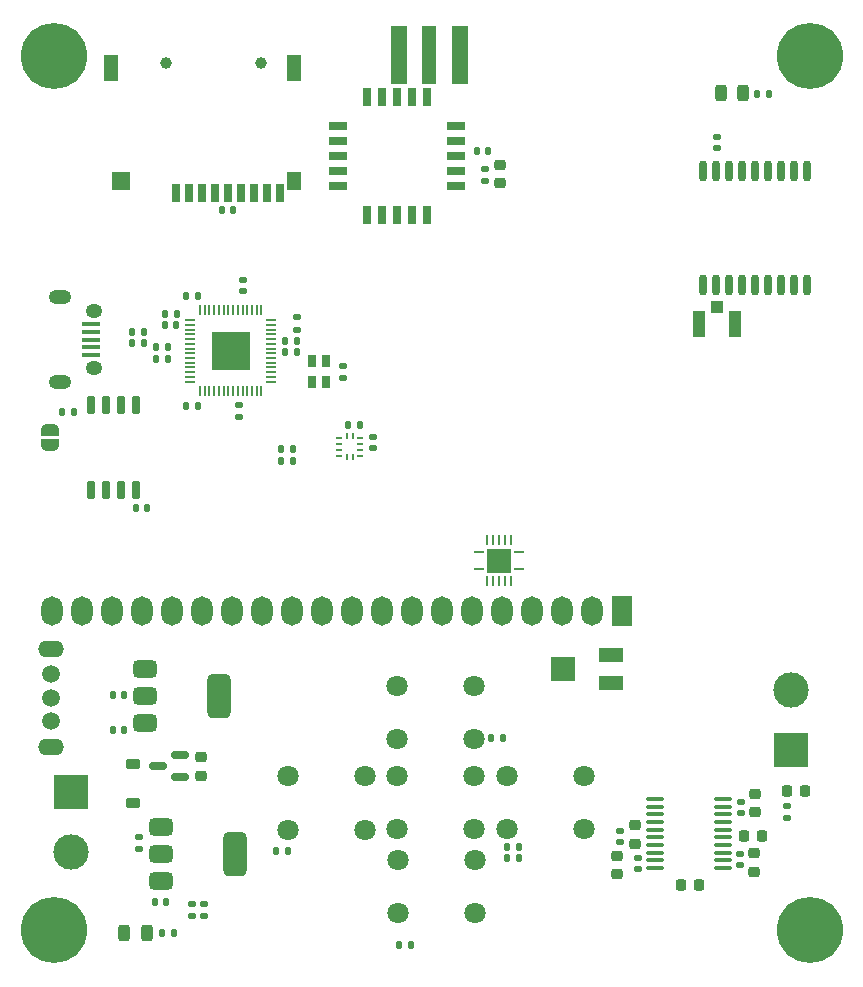
<source format=gbr>
%TF.GenerationSoftware,KiCad,Pcbnew,8.0.0*%
%TF.CreationDate,2024-03-26T22:18:36-07:00*%
%TF.ProjectId,recivier,72656369-7669-4657-922e-6b696361645f,rev?*%
%TF.SameCoordinates,Original*%
%TF.FileFunction,Soldermask,Top*%
%TF.FilePolarity,Negative*%
%FSLAX46Y46*%
G04 Gerber Fmt 4.6, Leading zero omitted, Abs format (unit mm)*
G04 Created by KiCad (PCBNEW 8.0.0) date 2024-03-26 22:18:36*
%MOMM*%
%LPD*%
G01*
G04 APERTURE LIST*
G04 Aperture macros list*
%AMRoundRect*
0 Rectangle with rounded corners*
0 $1 Rounding radius*
0 $2 $3 $4 $5 $6 $7 $8 $9 X,Y pos of 4 corners*
0 Add a 4 corners polygon primitive as box body*
4,1,4,$2,$3,$4,$5,$6,$7,$8,$9,$2,$3,0*
0 Add four circle primitives for the rounded corners*
1,1,$1+$1,$2,$3*
1,1,$1+$1,$4,$5*
1,1,$1+$1,$6,$7*
1,1,$1+$1,$8,$9*
0 Add four rect primitives between the rounded corners*
20,1,$1+$1,$2,$3,$4,$5,0*
20,1,$1+$1,$4,$5,$6,$7,0*
20,1,$1+$1,$6,$7,$8,$9,0*
20,1,$1+$1,$8,$9,$2,$3,0*%
%AMFreePoly0*
4,1,19,0.500000,-0.750000,0.000000,-0.750000,0.000000,-0.744911,-0.071157,-0.744911,-0.207708,-0.704816,-0.327430,-0.627875,-0.420627,-0.520320,-0.479746,-0.390866,-0.500000,-0.250000,-0.500000,0.250000,-0.479746,0.390866,-0.420627,0.520320,-0.327430,0.627875,-0.207708,0.704816,-0.071157,0.744911,0.000000,0.744911,0.000000,0.750000,0.500000,0.750000,0.500000,-0.750000,0.500000,-0.750000,
$1*%
%AMFreePoly1*
4,1,19,0.000000,0.744911,0.071157,0.744911,0.207708,0.704816,0.327430,0.627875,0.420627,0.520320,0.479746,0.390866,0.500000,0.250000,0.500000,-0.250000,0.479746,-0.390866,0.420627,-0.520320,0.327430,-0.627875,0.207708,-0.704816,0.071157,-0.744911,0.000000,-0.744911,0.000000,-0.750000,-0.500000,-0.750000,-0.500000,0.750000,0.000000,0.750000,0.000000,0.744911,0.000000,0.744911,
$1*%
G04 Aperture macros list end*
%ADD10RoundRect,0.135000X0.135000X0.185000X-0.135000X0.185000X-0.135000X-0.185000X0.135000X-0.185000X0*%
%ADD11RoundRect,0.050000X0.050000X-0.387500X0.050000X0.387500X-0.050000X0.387500X-0.050000X-0.387500X0*%
%ADD12RoundRect,0.050000X0.387500X-0.050000X0.387500X0.050000X-0.387500X0.050000X-0.387500X-0.050000X0*%
%ADD13R,3.200000X3.200000*%
%ADD14RoundRect,0.140000X-0.140000X-0.170000X0.140000X-0.170000X0.140000X0.170000X-0.140000X0.170000X0*%
%ADD15C,1.800000*%
%ADD16RoundRect,0.140000X0.170000X-0.140000X0.170000X0.140000X-0.170000X0.140000X-0.170000X-0.140000X0*%
%ADD17RoundRect,0.100000X0.637500X0.100000X-0.637500X0.100000X-0.637500X-0.100000X0.637500X-0.100000X0*%
%ADD18RoundRect,0.135000X-0.135000X-0.185000X0.135000X-0.185000X0.135000X0.185000X-0.135000X0.185000X0*%
%ADD19RoundRect,0.225000X-0.225000X-0.250000X0.225000X-0.250000X0.225000X0.250000X-0.225000X0.250000X0*%
%ADD20RoundRect,0.140000X0.140000X0.170000X-0.140000X0.170000X-0.140000X-0.170000X0.140000X-0.170000X0*%
%ADD21C,5.600000*%
%ADD22RoundRect,0.135000X-0.185000X0.135000X-0.185000X-0.135000X0.185000X-0.135000X0.185000X0.135000X0*%
%ADD23RoundRect,0.225000X0.225000X0.250000X-0.225000X0.250000X-0.225000X-0.250000X0.225000X-0.250000X0*%
%ADD24RoundRect,0.225000X0.250000X-0.225000X0.250000X0.225000X-0.250000X0.225000X-0.250000X-0.225000X0*%
%ADD25R,3.000000X3.000000*%
%ADD26C,3.000000*%
%ADD27RoundRect,0.225000X-0.375000X0.225000X-0.375000X-0.225000X0.375000X-0.225000X0.375000X0.225000X0*%
%ADD28RoundRect,0.140000X-0.170000X0.140000X-0.170000X-0.140000X0.170000X-0.140000X0.170000X0.140000X0*%
%ADD29R,1.500000X0.800000*%
%ADD30R,0.800000X1.500000*%
%ADD31RoundRect,0.150000X0.587500X0.150000X-0.587500X0.150000X-0.587500X-0.150000X0.587500X-0.150000X0*%
%ADD32R,0.500000X0.280000*%
%ADD33R,0.280000X0.500000*%
%ADD34RoundRect,0.225000X-0.250000X0.225000X-0.250000X-0.225000X0.250000X-0.225000X0.250000X0.225000X0*%
%ADD35O,0.700000X1.770000*%
%ADD36RoundRect,0.135000X0.185000X-0.135000X0.185000X0.135000X-0.185000X0.135000X-0.185000X-0.135000X0*%
%ADD37C,1.000000*%
%ADD38R,0.700000X1.600000*%
%ADD39R,1.200000X1.500000*%
%ADD40R,1.200000X2.200000*%
%ADD41R,1.600000X1.500000*%
%ADD42R,1.800000X2.500000*%
%ADD43O,1.800000X2.500000*%
%ADD44RoundRect,0.150000X-0.150000X0.650000X-0.150000X-0.650000X0.150000X-0.650000X0.150000X0.650000X0*%
%ADD45R,2.000000X1.300000*%
%ADD46R,2.000000X2.000000*%
%ADD47FreePoly0,90.000000*%
%ADD48FreePoly1,90.000000*%
%ADD49R,0.850000X0.280000*%
%ADD50R,0.280000X0.850000*%
%ADD51R,2.050000X2.050000*%
%ADD52R,1.200000X5.000000*%
%ADD53R,1.400000X5.000000*%
%ADD54RoundRect,0.243750X-0.243750X-0.456250X0.243750X-0.456250X0.243750X0.456250X-0.243750X0.456250X0*%
%ADD55RoundRect,0.375000X-0.625000X-0.375000X0.625000X-0.375000X0.625000X0.375000X-0.625000X0.375000X0*%
%ADD56RoundRect,0.500000X-0.500000X-1.400000X0.500000X-1.400000X0.500000X1.400000X-0.500000X1.400000X0*%
%ADD57R,1.600000X0.400000*%
%ADD58O,1.400000X1.200000*%
%ADD59O,1.900000X1.200000*%
%ADD60R,0.800000X1.000000*%
%ADD61C,1.520000*%
%ADD62O,2.200000X1.400000*%
%ADD63R,1.000000X1.050000*%
%ADD64R,1.050000X2.200000*%
G04 APERTURE END LIST*
D10*
%TO.C,R7*%
X63546800Y73793000D03*
X62526800Y73793000D03*
%TD*%
D11*
%TO.C,U3*%
X15392000Y48628700D03*
X15792000Y48628700D03*
X16192000Y48628700D03*
X16592000Y48628700D03*
X16992000Y48628700D03*
X17392000Y48628700D03*
X17792000Y48628700D03*
X18192000Y48628700D03*
X18592000Y48628700D03*
X18992000Y48628700D03*
X19392000Y48628700D03*
X19792000Y48628700D03*
X20192000Y48628700D03*
X20592000Y48628700D03*
D12*
X21429500Y49466200D03*
X21429500Y49866200D03*
X21429500Y50266200D03*
X21429500Y50666200D03*
X21429500Y51066200D03*
X21429500Y51466200D03*
X21429500Y51866200D03*
X21429500Y52266200D03*
X21429500Y52666200D03*
X21429500Y53066200D03*
X21429500Y53466200D03*
X21429500Y53866200D03*
X21429500Y54266200D03*
X21429500Y54666200D03*
D11*
X20592000Y55503700D03*
X20192000Y55503700D03*
X19792000Y55503700D03*
X19392000Y55503700D03*
X18992000Y55503700D03*
X18592000Y55503700D03*
X18192000Y55503700D03*
X17792000Y55503700D03*
X17392000Y55503700D03*
X16992000Y55503700D03*
X16592000Y55503700D03*
X16192000Y55503700D03*
X15792000Y55503700D03*
X15392000Y55503700D03*
D12*
X14554500Y54666200D03*
X14554500Y54266200D03*
X14554500Y53866200D03*
X14554500Y53466200D03*
X14554500Y53066200D03*
X14554500Y52666200D03*
X14554500Y52266200D03*
X14554500Y51866200D03*
X14554500Y51466200D03*
X14554500Y51066200D03*
X14554500Y50666200D03*
X14554500Y50266200D03*
X14554500Y49866200D03*
X14554500Y49466200D03*
D13*
X17992000Y52066200D03*
%TD*%
D14*
%TO.C,C37*%
X11555600Y5365400D03*
X12515600Y5365400D03*
%TD*%
D15*
%TO.C,SW2*%
X22833000Y16037600D03*
X29333000Y16037600D03*
X22833000Y11537600D03*
X29333000Y11537600D03*
%TD*%
%TO.C,SW3*%
X32077400Y16073600D03*
X38577400Y16073600D03*
X32077400Y11573600D03*
X38577400Y11573600D03*
%TD*%
D16*
%TO.C,C24*%
X61167200Y12904000D03*
X61167200Y13864000D03*
%TD*%
D17*
%TO.C,U5*%
X59668600Y8282400D03*
X59668600Y8932400D03*
X59668600Y9582400D03*
X59668600Y10232400D03*
X59668600Y10882400D03*
X59668600Y11532400D03*
X59668600Y12182400D03*
X59668600Y12832400D03*
X59668600Y13482400D03*
X59668600Y14132400D03*
X53943600Y14132400D03*
X53943600Y13482400D03*
X53943600Y12832400D03*
X53943600Y12182400D03*
X53943600Y11532400D03*
X53943600Y10882400D03*
X53943600Y10232400D03*
X53943600Y9582400D03*
X53943600Y8932400D03*
X53943600Y8282400D03*
%TD*%
D10*
%TO.C,R1*%
X4699000Y46919800D03*
X3679000Y46919800D03*
%TD*%
D18*
%TO.C,R10*%
X32216000Y1757400D03*
X33236000Y1757400D03*
%TD*%
D19*
%TO.C,C30*%
X65083200Y14763400D03*
X66633200Y14763400D03*
%TD*%
D18*
%TO.C,R8*%
X41421400Y10089800D03*
X42441400Y10089800D03*
%TD*%
D20*
%TO.C,C9*%
X12642600Y52355400D03*
X11682600Y52355400D03*
%TD*%
D21*
%TO.C,H1*%
X3000000Y77000000D03*
%TD*%
D22*
%TO.C,R17*%
X14753400Y5213000D03*
X14753400Y4193000D03*
%TD*%
D23*
%TO.C,C20*%
X57675000Y6884200D03*
X56125000Y6884200D03*
%TD*%
D24*
%TO.C,C22*%
X52218400Y10343200D03*
X52218400Y11893200D03*
%TD*%
%TO.C,C25*%
X62386400Y13018000D03*
X62386400Y14568000D03*
%TD*%
D16*
%TO.C,C10*%
X18995200Y57130600D03*
X18995200Y58090600D03*
%TD*%
D20*
%TO.C,C34*%
X8985000Y19945000D03*
X8025000Y19945000D03*
%TD*%
D22*
%TO.C,R16*%
X15718600Y5215000D03*
X15718600Y4195000D03*
%TD*%
D25*
%TO.C,J5*%
X4491800Y14738000D03*
D26*
X4491800Y9658000D03*
%TD*%
D10*
%TO.C,R3*%
X10615200Y53676200D03*
X9595200Y53676200D03*
%TD*%
D27*
%TO.C,D3*%
X9702700Y17102100D03*
X9702700Y13802100D03*
%TD*%
D18*
%TO.C,R2*%
X9595200Y52711000D03*
X10615200Y52711000D03*
%TD*%
D28*
%TO.C,C33*%
X30039900Y44809000D03*
X30039900Y43849000D03*
%TD*%
D10*
%TO.C,R11*%
X22859000Y9734200D03*
X21839000Y9734200D03*
%TD*%
D16*
%TO.C,C38*%
X10257600Y9914600D03*
X10257600Y10874600D03*
%TD*%
D22*
%TO.C,R4*%
X23594600Y54897400D03*
X23594600Y53877400D03*
%TD*%
D29*
%TO.C,U1*%
X37101600Y66024400D03*
X37101600Y67294400D03*
X37101600Y68564400D03*
X37101600Y69834400D03*
X37101600Y71104400D03*
D30*
X34641600Y73564400D03*
X33371600Y73564400D03*
X32101600Y73564400D03*
X30831600Y73564400D03*
X29561600Y73564400D03*
D29*
X27101600Y71104400D03*
X27101600Y69834400D03*
X27101600Y68564400D03*
X27101600Y67294400D03*
X27101600Y66024400D03*
D30*
X29561600Y63564400D03*
X30831600Y63564400D03*
X32101600Y63564400D03*
X33371600Y63564400D03*
X34641600Y63564400D03*
%TD*%
D21*
%TO.C,H4*%
X67000000Y3000000D03*
%TD*%
D16*
%TO.C,C2*%
X39490400Y66480400D03*
X39490400Y67440400D03*
%TD*%
D18*
%TO.C,R12*%
X41345200Y9099200D03*
X42365200Y9099200D03*
%TD*%
D31*
%TO.C,Q1*%
X13712000Y15957200D03*
X13712000Y17857200D03*
X11837000Y16907200D03*
%TD*%
D32*
%TO.C,U7*%
X28938700Y43198000D03*
X28938700Y43698000D03*
X28938700Y44198000D03*
X28938700Y44698000D03*
D33*
X28308700Y44828000D03*
X27808700Y44828000D03*
D32*
X27178700Y44698000D03*
X27178700Y44198000D03*
X27178700Y43698000D03*
X27178700Y43198000D03*
D33*
X27808700Y43068000D03*
X28308700Y43068000D03*
%TD*%
D20*
%TO.C,C14*%
X15203900Y47440200D03*
X14243900Y47440200D03*
%TD*%
D28*
%TO.C,C12*%
X18715800Y47450600D03*
X18715800Y46490600D03*
%TD*%
D25*
%TO.C,J4*%
X65451800Y18243200D03*
D26*
X65451800Y23323200D03*
%TD*%
D16*
%TO.C,C23*%
X50973800Y10470800D03*
X50973800Y11430800D03*
%TD*%
D34*
%TO.C,C35*%
X15490000Y17646600D03*
X15490000Y16096600D03*
%TD*%
D20*
%TO.C,C36*%
X8957000Y22916800D03*
X7997000Y22916800D03*
%TD*%
D14*
%TO.C,C32*%
X27964000Y45751400D03*
X28924000Y45751400D03*
%TD*%
D20*
%TO.C,C8*%
X13381800Y54260400D03*
X12421800Y54260400D03*
%TD*%
D35*
%TO.C,U6*%
X66753000Y67274600D03*
X65653000Y67274600D03*
X64553000Y67274600D03*
X63453000Y67274600D03*
X62353000Y67274600D03*
X61253000Y67274600D03*
X60153000Y67274600D03*
X59053000Y67274600D03*
X57953000Y67274600D03*
X57953000Y57654600D03*
X59053000Y57654600D03*
X60153000Y57654600D03*
X61253000Y57654600D03*
X62353000Y57654600D03*
X63453000Y57654600D03*
X64553000Y57654600D03*
X65653000Y57654600D03*
X66753000Y57654600D03*
%TD*%
D36*
%TO.C,R9*%
X65070800Y12551600D03*
X65070800Y13571600D03*
%TD*%
D37*
%TO.C,Card1*%
X20538600Y76452400D03*
X12538600Y76452400D03*
D38*
X13338600Y65452400D03*
X14438600Y65452400D03*
X15538600Y65452400D03*
X16638600Y65452400D03*
X17738600Y65452400D03*
X18838600Y65452400D03*
X19938600Y65452400D03*
X21038600Y65452400D03*
X22138600Y65452400D03*
D39*
X23338600Y66452400D03*
D40*
X23338600Y76052400D03*
D41*
X8738600Y66452400D03*
D40*
X7838600Y76052400D03*
%TD*%
D42*
%TO.C,DS1*%
X51126200Y30054200D03*
D43*
X48586200Y30054200D03*
X46046200Y30054200D03*
X43506200Y30054200D03*
X40966200Y30054200D03*
X38426200Y30054200D03*
X35886200Y30054200D03*
X33346200Y30054200D03*
X30806200Y30054200D03*
X28266200Y30054200D03*
X25726200Y30054200D03*
X23186200Y30054200D03*
X20646200Y30054200D03*
X18106200Y30054200D03*
X15566200Y30054200D03*
X13026200Y30054200D03*
X10486200Y30054200D03*
X7946200Y30054200D03*
X5406200Y30054200D03*
X2866200Y30054200D03*
%TD*%
D15*
%TO.C,SW5*%
X32179000Y8961600D03*
X38679000Y8961600D03*
X32179000Y4461600D03*
X38679000Y4461600D03*
%TD*%
D44*
%TO.C,U2*%
X9952800Y47497200D03*
X8682800Y47497200D03*
X7412800Y47497200D03*
X6142800Y47497200D03*
X6142800Y40297200D03*
X7412800Y40297200D03*
X8682800Y40297200D03*
X9952800Y40297200D03*
%TD*%
D16*
%TO.C,C26*%
X61141800Y8512400D03*
X61141800Y9472400D03*
%TD*%
D24*
%TO.C,C29*%
X50719800Y7765400D03*
X50719800Y9315400D03*
%TD*%
D45*
%TO.C,RV1*%
X50157700Y26298200D03*
D46*
X46157700Y25118200D03*
D45*
X50157700Y23938200D03*
%TD*%
D47*
%TO.C,J3*%
X2713800Y44075000D03*
D48*
X2713800Y45375000D03*
%TD*%
D21*
%TO.C,H2*%
X67000000Y77000000D03*
%TD*%
D14*
%TO.C,C6*%
X22627400Y52914200D03*
X23587400Y52914200D03*
%TD*%
D21*
%TO.C,H3*%
X3000000Y3000000D03*
%TD*%
D18*
%TO.C,R5*%
X22244400Y43744800D03*
X23264400Y43744800D03*
%TD*%
D19*
%TO.C,C21*%
X61433600Y10999000D03*
X62983600Y10999000D03*
%TD*%
D49*
%TO.C,U4*%
X42430600Y35069200D03*
D50*
X41705600Y36044200D03*
X41205600Y36044200D03*
X40705600Y36044200D03*
X40205600Y36044200D03*
X39705600Y36044200D03*
D49*
X38980600Y35069200D03*
X38980600Y33569200D03*
D50*
X39705600Y32594200D03*
X40205600Y32594200D03*
X40705600Y32594200D03*
X41205600Y32594200D03*
X41705600Y32594200D03*
D49*
X42430600Y33569200D03*
D51*
X40705600Y34319200D03*
%TD*%
D15*
%TO.C,SW1*%
X32052000Y23719000D03*
X38552000Y23719000D03*
X32052000Y19219000D03*
X38552000Y19219000D03*
%TD*%
D52*
%TO.C,AE1*%
X34819400Y77145800D03*
D53*
X32269400Y77145800D03*
X37369400Y77145800D03*
%TD*%
D24*
%TO.C,C27*%
X62335600Y7975800D03*
X62335600Y9525800D03*
%TD*%
D54*
%TO.C,D1*%
X59462300Y73869600D03*
X61337300Y73869600D03*
%TD*%
D14*
%TO.C,C1*%
X38832600Y69017800D03*
X39792600Y69017800D03*
%TD*%
D20*
%TO.C,C7*%
X12668000Y51390200D03*
X11708000Y51390200D03*
%TD*%
D14*
%TO.C,C31*%
X17245200Y64014000D03*
X18205200Y64014000D03*
%TD*%
D55*
%TO.C,U9*%
X12060600Y11768100D03*
X12060600Y9468100D03*
D56*
X18360600Y9468100D03*
D55*
X12060600Y7168100D03*
%TD*%
D18*
%TO.C,R13*%
X40024400Y19259200D03*
X41044400Y19259200D03*
%TD*%
D57*
%TO.C,J1*%
X6154400Y54328200D03*
X6154400Y53678200D03*
X6154400Y53028200D03*
X6154400Y52378200D03*
X6164400Y51728200D03*
D58*
X6404400Y50608200D03*
X6404400Y55448200D03*
D59*
X3504400Y56628200D03*
X3504400Y49428200D03*
%TD*%
D60*
%TO.C,X1*%
X26046800Y49423400D03*
X26046800Y51223400D03*
X24846800Y51223400D03*
X24846800Y49423400D03*
%TD*%
D16*
%TO.C,C17*%
X59127200Y69223600D03*
X59127200Y70183600D03*
%TD*%
D55*
%TO.C,U8*%
X10739800Y25166000D03*
X10739800Y22866000D03*
D56*
X17039800Y22866000D03*
D55*
X10739800Y20566000D03*
%TD*%
D16*
%TO.C,C28*%
X52472400Y8212800D03*
X52472400Y9172800D03*
%TD*%
D18*
%TO.C,R14*%
X12135200Y2774600D03*
X13155200Y2774600D03*
%TD*%
D14*
%TO.C,C11*%
X22604600Y51949000D03*
X23564600Y51949000D03*
%TD*%
D54*
%TO.C,D2*%
X8998500Y2744800D03*
X10873500Y2744800D03*
%TD*%
D15*
%TO.C,SW4*%
X41372600Y16103200D03*
X47872600Y16103200D03*
X41372600Y11603200D03*
X47872600Y11603200D03*
%TD*%
D20*
%TO.C,C13*%
X13404600Y55225600D03*
X12444600Y55225600D03*
%TD*%
D18*
%TO.C,R6*%
X22246400Y42754200D03*
X23266400Y42754200D03*
%TD*%
D24*
%TO.C,C3*%
X40763000Y66261600D03*
X40763000Y67811600D03*
%TD*%
D61*
%TO.C,SW6*%
X2815400Y24698000D03*
X2815400Y22698000D03*
X2815400Y20698000D03*
D62*
X2815400Y18548000D03*
X2815400Y26848000D03*
%TD*%
D20*
%TO.C,C15*%
X15203900Y56685800D03*
X14243900Y56685800D03*
%TD*%
D14*
%TO.C,C5*%
X9983400Y38741000D03*
X10943400Y38741000D03*
%TD*%
D63*
%TO.C,AE2*%
X59178000Y55809800D03*
D64*
X57678000Y54309800D03*
X60678000Y54309800D03*
%TD*%
D16*
%TO.C,C4*%
X27504200Y49792600D03*
X27504200Y50752600D03*
%TD*%
M02*

</source>
